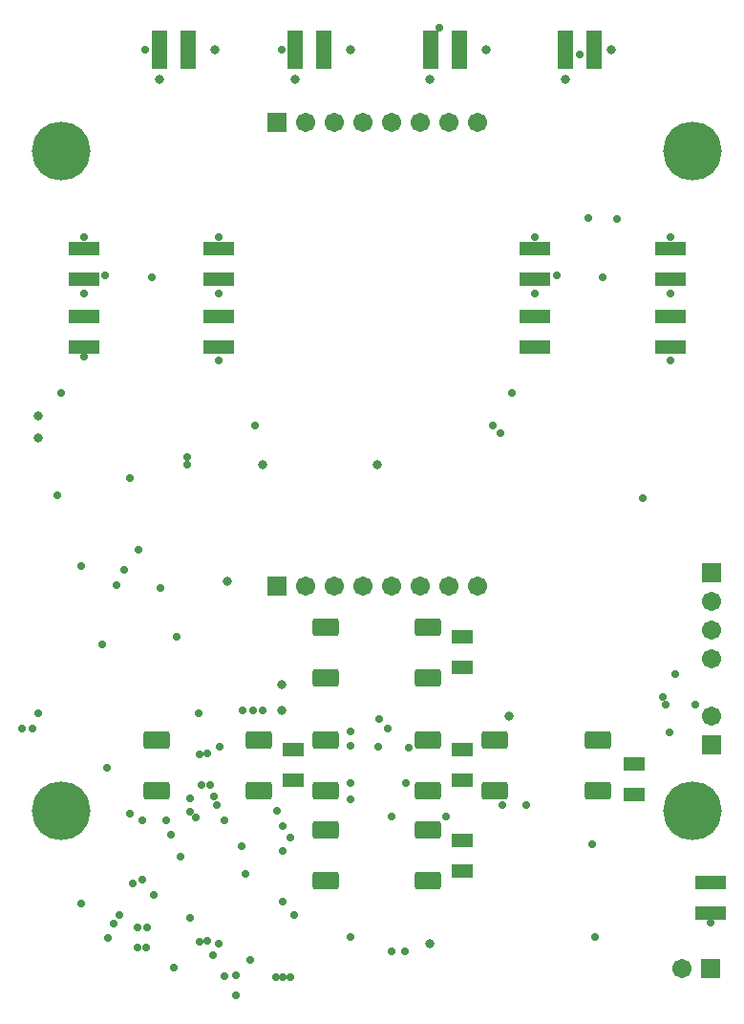
<source format=gts>
G04*
G04 #@! TF.GenerationSoftware,Altium Limited,Altium Designer,20.1.8 (145)*
G04*
G04 Layer_Color=8388736*
%FSLAX25Y25*%
%MOIN*%
G70*
G04*
G04 #@! TF.SameCoordinates,2B40AF7D-86F1-4858-AC96-1B89F3EF06F7*
G04*
G04*
G04 #@! TF.FilePolarity,Negative*
G04*
G01*
G75*
%ADD18R,0.11036X0.05131*%
%ADD19R,0.07493X0.05131*%
%ADD20R,0.05800X0.13320*%
G04:AMPARAMS|DCode=21|XSize=90.68mil|YSize=62.33mil|CornerRadius=8.07mil|HoleSize=0mil|Usage=FLASHONLY|Rotation=0.000|XOffset=0mil|YOffset=0mil|HoleType=Round|Shape=RoundedRectangle|*
%AMROUNDEDRECTD21*
21,1,0.09068,0.04618,0,0,0.0*
21,1,0.07453,0.06233,0,0,0.0*
1,1,0.01615,0.03726,-0.02309*
1,1,0.01615,-0.03726,-0.02309*
1,1,0.01615,-0.03726,0.02309*
1,1,0.01615,0.03726,0.02309*
%
%ADD21ROUNDEDRECTD21*%
%ADD22C,0.20485*%
%ADD23C,0.06706*%
%ADD24R,0.06706X0.06706*%
%ADD25R,0.06706X0.06706*%
%ADD26C,0.02769*%
%ADD27C,0.03162*%
D18*
X281354Y416693D02*
D03*
Y427323D02*
D03*
X328598Y416693D02*
D03*
Y427323D02*
D03*
Y450945D02*
D03*
Y440315D02*
D03*
X281354Y450945D02*
D03*
Y440315D02*
D03*
X123874Y450945D02*
D03*
Y440315D02*
D03*
X171118Y450945D02*
D03*
Y440315D02*
D03*
Y416693D02*
D03*
Y427323D02*
D03*
X123874Y416693D02*
D03*
Y427323D02*
D03*
X342815Y230010D02*
D03*
Y219380D02*
D03*
D19*
X255961Y276142D02*
D03*
Y265512D02*
D03*
Y304882D02*
D03*
Y315512D02*
D03*
X316000Y260685D02*
D03*
Y271315D02*
D03*
X196906Y276142D02*
D03*
Y265512D02*
D03*
X255961Y244646D02*
D03*
Y234016D02*
D03*
D20*
X150366Y520189D02*
D03*
X160366D02*
D03*
X207610D02*
D03*
X197610D02*
D03*
X244854D02*
D03*
X254854D02*
D03*
X302098D02*
D03*
X292098D02*
D03*
D21*
X303205Y279646D02*
D03*
Y262008D02*
D03*
X267378Y279646D02*
D03*
Y262008D02*
D03*
X244150Y319016D02*
D03*
Y301378D02*
D03*
X208323Y319016D02*
D03*
Y301378D02*
D03*
X185095Y279646D02*
D03*
Y262008D02*
D03*
X149268Y279646D02*
D03*
Y262008D02*
D03*
X244150Y279646D02*
D03*
Y262008D02*
D03*
X208323Y279646D02*
D03*
Y262008D02*
D03*
X244150Y248150D02*
D03*
Y230512D02*
D03*
X208323Y248150D02*
D03*
Y230512D02*
D03*
D22*
X336472Y485000D02*
D03*
Y255079D02*
D03*
X116000Y485000D02*
D03*
Y255079D02*
D03*
D23*
X261236Y494842D02*
D03*
X251236D02*
D03*
X241236D02*
D03*
X231236D02*
D03*
X221236D02*
D03*
X211236D02*
D03*
X201236D02*
D03*
X261236Y333425D02*
D03*
X251236D02*
D03*
X241236D02*
D03*
X231236D02*
D03*
X221236D02*
D03*
X211236D02*
D03*
X201236D02*
D03*
X332579Y200079D02*
D03*
X343000Y308000D02*
D03*
Y318000D02*
D03*
Y328000D02*
D03*
Y288000D02*
D03*
D24*
X191236Y494842D02*
D03*
Y333425D02*
D03*
X342579Y200079D02*
D03*
D25*
X343000Y338000D02*
D03*
Y278000D02*
D03*
D26*
X164200Y209224D02*
D03*
X167047Y209547D02*
D03*
X170993Y208509D02*
D03*
X301500Y243192D02*
D03*
X270000Y257000D02*
D03*
X236500Y264500D02*
D03*
X217000Y259000D02*
D03*
X227000Y286989D02*
D03*
X230000Y283716D02*
D03*
X217000Y282500D02*
D03*
X193390Y240979D02*
D03*
X196000Y245500D02*
D03*
X161000Y254500D02*
D03*
X163000Y252500D02*
D03*
X161000Y259210D02*
D03*
X168000Y264000D02*
D03*
X170500Y257000D02*
D03*
X226722Y277278D02*
D03*
X171205Y277295D02*
D03*
X164500Y274693D02*
D03*
X167047Y274812D02*
D03*
X326000Y294500D02*
D03*
X173090Y197411D02*
D03*
X177000Y197500D02*
D03*
X193500Y197000D02*
D03*
X191000Y196786D02*
D03*
X196000Y197000D02*
D03*
X177000Y190500D02*
D03*
X155295Y200171D02*
D03*
X197500Y218500D02*
D03*
X236000Y206000D02*
D03*
X231500Y206000D02*
D03*
X217000Y211000D02*
D03*
X157517Y238858D02*
D03*
X141000Y229500D02*
D03*
X148500Y225500D02*
D03*
X123000Y222500D02*
D03*
X134500Y215500D02*
D03*
X136500Y218500D02*
D03*
X145966Y214378D02*
D03*
X132222Y210516D02*
D03*
X142608Y214378D02*
D03*
X145622Y207228D02*
D03*
X142608D02*
D03*
X102244Y283500D02*
D03*
X106000D02*
D03*
X108122Y289000D02*
D03*
X145311Y520189D02*
D03*
X144500Y231000D02*
D03*
X186501Y290001D02*
D03*
X163962Y289090D02*
D03*
X139931Y253861D02*
D03*
X327000Y292000D02*
D03*
X337500D02*
D03*
X183001Y290001D02*
D03*
X179502Y290002D02*
D03*
X328500Y282410D02*
D03*
X156213Y315493D02*
D03*
X123000Y340378D02*
D03*
X269472Y386772D02*
D03*
X150811Y332445D02*
D03*
X266761Y389372D02*
D03*
X288980Y441500D02*
D03*
X131500D02*
D03*
X310078Y461422D02*
D03*
X248122Y527941D02*
D03*
X302353Y211001D02*
D03*
X342815Y215868D02*
D03*
X330500Y302500D02*
D03*
X131999Y270001D02*
D03*
X114713Y364847D02*
D03*
X160000Y375500D02*
D03*
X159925Y378424D02*
D03*
X138000Y339000D02*
D03*
X328623Y435402D02*
D03*
X130500Y313000D02*
D03*
X135476Y333630D02*
D03*
X143000Y346000D02*
D03*
X140000Y371000D02*
D03*
X183634Y389134D02*
D03*
X171118Y411926D02*
D03*
X123874Y413374D02*
D03*
X193000Y520189D02*
D03*
X171142Y435402D02*
D03*
X300000Y461500D02*
D03*
X297000Y518500D02*
D03*
X281354Y454902D02*
D03*
X319000Y364000D02*
D03*
X116020Y400500D02*
D03*
X273500D02*
D03*
X328623Y411902D02*
D03*
X171130Y454913D02*
D03*
X123874Y454902D02*
D03*
X123898Y435402D02*
D03*
X281379D02*
D03*
X328610Y454913D02*
D03*
X231500Y253000D02*
D03*
X237500Y277000D02*
D03*
X250500Y253000D02*
D03*
X278500Y257000D02*
D03*
X191500Y255000D02*
D03*
X169500Y260000D02*
D03*
X165000Y264000D02*
D03*
X169000Y204500D02*
D03*
X182000Y203000D02*
D03*
X217000Y264500D02*
D03*
X193500Y249500D02*
D03*
X217000Y277500D02*
D03*
X172953Y251453D02*
D03*
X152556Y251696D02*
D03*
X144499Y251696D02*
D03*
X193390Y223110D02*
D03*
X154500Y246500D02*
D03*
X180453Y232953D02*
D03*
X161142Y217517D02*
D03*
X147520Y441000D02*
D03*
X305000D02*
D03*
X178858Y242483D02*
D03*
D27*
X193000Y299000D02*
D03*
X108000Y392530D02*
D03*
Y385000D02*
D03*
X193000Y290000D02*
D03*
X307957Y520189D02*
D03*
X244537Y208463D02*
D03*
X169768Y520189D02*
D03*
X217012D02*
D03*
X264256D02*
D03*
X226500Y375681D02*
D03*
X186319D02*
D03*
X174000Y335000D02*
D03*
X197544Y510000D02*
D03*
X150305Y510000D02*
D03*
X244782D02*
D03*
X292098Y510000D02*
D03*
X272500Y287925D02*
D03*
M02*

</source>
